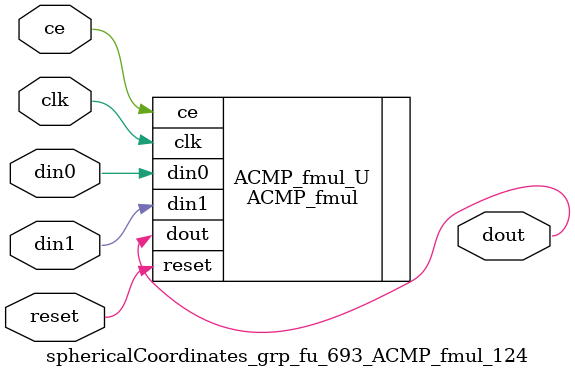
<source format=v>

`timescale 1 ns / 1 ps
module sphericalCoordinates_grp_fu_693_ACMP_fmul_124(
    clk,
    reset,
    ce,
    din0,
    din1,
    dout);

parameter ID = 32'd1;
parameter NUM_STAGE = 32'd1;
parameter din0_WIDTH = 32'd1;
parameter din1_WIDTH = 32'd1;
parameter dout_WIDTH = 32'd1;
input clk;
input reset;
input ce;
input[din0_WIDTH - 1:0] din0;
input[din1_WIDTH - 1:0] din1;
output[dout_WIDTH - 1:0] dout;



ACMP_fmul #(
.ID( ID ),
.NUM_STAGE( 4 ),
.din0_WIDTH( din0_WIDTH ),
.din1_WIDTH( din1_WIDTH ),
.dout_WIDTH( dout_WIDTH ))
ACMP_fmul_U(
    .clk( clk ),
    .reset( reset ),
    .ce( ce ),
    .din0( din0 ),
    .din1( din1 ),
    .dout( dout ));

endmodule

</source>
